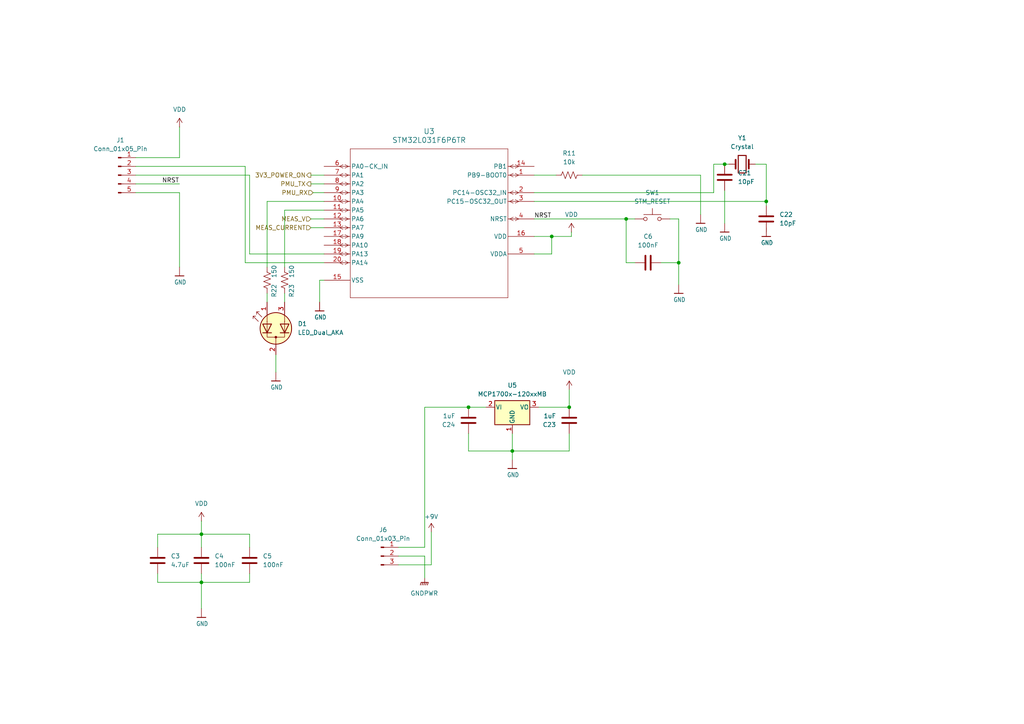
<source format=kicad_sch>
(kicad_sch (version 20250114) (generator "eeschema") (generator_version "9.0")
  (paper "A4")
  (lib_symbols
    (symbol "Adafruit Feather RP2040 RFM-eagle-import:GND" (power)
      (symbol "GND_1_0"
        (polyline (pts (xy -1.27 0) (xy 1.27 0)) (stroke (width 0.254)))
        (pin power_in line (at 0 2.54 270) (length 2.54) (name "GND") (number "1"))
      )
    )
    (symbol "Connector:Conn_01x03_Pin" (pin_names (offset 1.016) (hide yes))
      (property "Reference" "J" (at 0 5.08 0))
      (property "Value" "Conn_01x03_Pin" (at 0 -5.08 0))
      (symbol "Conn_01x03_Pin_1_1"
        (rectangle (start 0.8636 2.667) (end 0 2.413) (stroke (width 0.1524)) (fill (type outline)))
        (rectangle (start 0.8636 0.127) (end 0 -0.127) (stroke (width 0.1524)) (fill (type outline)))
        (rectangle (start 0.8636 -2.413) (end 0 -2.667) (stroke (width 0.1524)) (fill (type outline)))
        (polyline (pts (xy 1.27 2.54) (xy 0.8636 2.54)) (stroke (width 0.1524)))
        (polyline (pts (xy 1.27 0) (xy 0.8636 0)) (stroke (width 0.1524)))
        (polyline (pts (xy 1.27 -2.54) (xy 0.8636 -2.54)) (stroke (width 0.1524)))
        (pin passive line (at 5.08 2.54 180) (length 3.81) (name "Pin_1") (number "1"))
        (pin passive line (at 5.08 0 180) (length 3.81) (name "Pin_2") (number "2"))
        (pin passive line (at 5.08 -2.54 180) (length 3.81) (name "Pin_3") (number "3"))
      )
    )
    (symbol "Connector:Conn_01x05_Pin" (pin_names (offset 1.016) (hide yes))
      (property "Reference" "J" (at 0 7.62 0))
      (property "Value" "Conn_01x05_Pin" (at 0 -7.62 0))
      (symbol "Conn_01x05_Pin_1_1"
        (rectangle (start 0.8636 5.207) (end 0 4.953) (stroke (width 0.1524)) (fill (type outline)))
        (rectangle (start 0.8636 2.667) (end 0 2.413) (stroke (width 0.1524)) (fill (type outline)))
        (rectangle (start 0.8636 0.127) (end 0 -0.127) (stroke (width 0.1524)) (fill (type outline)))
        (rectangle (start 0.8636 -2.413) (end 0 -2.667) (stroke (width 0.1524)) (fill (type outline)))
        (rectangle (start 0.8636 -4.953) (end 0 -5.207) (stroke (width 0.1524)) (fill (type outline)))
        (polyline (pts (xy 1.27 5.08) (xy 0.8636 5.08)) (stroke (width 0.1524)))
        (polyline (pts (xy 1.27 2.54) (xy 0.8636 2.54)) (stroke (width 0.1524)))
        (polyline (pts (xy 1.27 0) (xy 0.8636 0)) (stroke (width 0.1524)))
        (polyline (pts (xy 1.27 -2.54) (xy 0.8636 -2.54)) (stroke (width 0.1524)))
        (polyline (pts (xy 1.27 -5.08) (xy 0.8636 -5.08)) (stroke (width 0.1524)))
        (pin passive line (at 5.08 5.08 180) (length 3.81) (name "Pin_1") (number "1"))
        (pin passive line (at 5.08 2.54 180) (length 3.81) (name "Pin_2") (number "2"))
        (pin passive line (at 5.08 0 180) (length 3.81) (name "Pin_3") (number "3"))
        (pin passive line (at 5.08 -2.54 180) (length 3.81) (name "Pin_4") (number "4"))
        (pin passive line (at 5.08 -5.08 180) (length 3.81) (name "Pin_5") (number "5"))
      )
    )
    (symbol "Device:C" (pin_numbers (hide yes)) (pin_names (offset 0.254))
      (property "Reference" "C" (at 0.635 2.54 0))
      (property "Value" "C" (at 0.635 -2.54 0))
      (symbol "C_0_1"
        (polyline (pts (xy -2.032 0.762) (xy 2.032 0.762)) (stroke (width 0.508)))
        (polyline (pts (xy -2.032 -0.762) (xy 2.032 -0.762)) (stroke (width 0.508)))
      )
      (symbol "C_1_1"
        (pin passive line (at 0 3.81 270) (length 2.794) (name "~") (number "1"))
        (pin passive line (at 0 -3.81 90) (length 2.794) (name "~") (number "2"))
      )
    )
    (symbol "Device:Crystal" (pin_numbers (hide yes)) (pin_names (offset 1.016) (hide yes))
      (property "Reference" "Y" (at 0 3.81 0))
      (property "Value" "Crystal" (at 0 -3.81 0))
      (symbol "Crystal_0_1"
        (polyline (pts (xy -2.54 0) (xy -1.905 0)))
        (polyline (pts (xy -1.905 -1.27) (xy -1.905 1.27)) (stroke (width 0.508)))
        (rectangle (start -1.143 2.54) (end 1.143 -2.54) (stroke (width 0.3048)))
        (polyline (pts (xy 1.905 -1.27) (xy 1.905 1.27)) (stroke (width 0.508)))
        (polyline (pts (xy 2.54 0) (xy 1.905 0)))
      )
      (symbol "Crystal_1_1"
        (pin passive line (at -3.81 0 0) (length 1.27) (name "1") (number "1"))
        (pin passive line (at 3.81 0 180) (length 1.27) (name "2") (number "2"))
      )
    )
    (symbol "Device:LED_Dual_AKA" (pin_names (offset 0) (hide yes))
      (property "Reference" "D" (at 0 5.715 0))
      (property "Value" "LED_Dual_AKA" (at 0 -6.35 0))
      (symbol "LED_Dual_AKA_0_1"
        (polyline (pts (xy -4.572 0) (xy -2.54 0)))
        (circle (center -2.54 0) (radius 0.2794) (fill (type outline)))
        (polyline (pts (xy -1.27 1.27) (xy -1.27 3.81)) (stroke (width 0.254)))
        (polyline (pts (xy -1.27 -1.27) (xy -1.27 -3.81)) (stroke (width 0.254)))
        (circle (center 0 0) (radius 4.572) (stroke (width 0.254)) (fill (type background)))
        (polyline (pts (xy 1.27 1.27) (xy 1.27 3.81) (xy -1.27 2.54) (xy 1.27 1.27)) (stroke (width 0.254)))
        (polyline (pts (xy 1.27 -3.81) (xy 1.27 -1.27) (xy -1.27 -2.54) (xy 1.27 -3.81)) (stroke (width 0.254)))
        (polyline (pts (xy 2.032 5.08) (xy 3.556 6.604) (xy 2.794 6.604) (xy 3.556 6.604) (xy 3.556 5.842)))
        (polyline (pts (xy 2.032 2.54) (xy -2.54 2.54) (xy -2.54 -2.54) (xy 2.032 -2.54)))
        (polyline (pts (xy 3.302 4.064) (xy 4.826 5.588) (xy 4.064 5.588) (xy 4.826 5.588) (xy 4.826 4.826)))
        (polyline (pts (xy 3.81 2.54) (xy 1.905 2.54)))
        (polyline (pts (xy 3.81 -2.54) (xy 1.905 -2.54)))
      )
      (symbol "LED_Dual_AKA_1_1"
        (pin input line (at -7.62 0 0) (length 3.048) (name "K") (number "2"))
        (pin input line (at 7.62 2.54 180) (length 3.81) (name "A1") (number "1"))
        (pin input line (at 7.62 -2.54 180) (length 3.81) (name "A2") (number "3"))
      )
    )
    (symbol "Device:R_US" (pin_numbers (hide yes)) (pin_names (offset 0))
      (property "Reference" "R" (at 2.54 0 90))
      (property "Value" "R_US" (at -2.54 0 90))
      (symbol "R_US_0_1"
        (polyline (pts (xy 0 2.286) (xy 0 2.54)))
        (polyline (pts (xy 0 2.286) (xy 1.016 1.905) (xy 0 1.524) (xy -1.016 1.143) (xy 0 0.762)))
        (polyline (pts (xy 0 0.762) (xy 1.016 0.381) (xy 0 0) (xy -1.016 -0.381) (xy 0 -0.762)))
        (polyline (pts (xy 0 -0.762) (xy 1.016 -1.143) (xy 0 -1.524) (xy -1.016 -1.905) (xy 0 -2.286)))
        (polyline (pts (xy 0 -2.286) (xy 0 -2.54)))
      )
      (symbol "R_US_1_1"
        (pin passive line (at 0 3.81 270) (length 1.27) (name "~") (number "1"))
        (pin passive line (at 0 -3.81 90) (length 1.27) (name "~") (number "2"))
      )
    )
    (symbol "Regulator_Linear:MCP1700x-120xxMB" (pin_names (offset 0.254))
      (property "Reference" "U" (at -3.81 3.175 0))
      (property "Value" "MCP1700x-120xxMB" (at 0 3.175 0))
      (symbol "MCP1700x-120xxMB_0_1"
        (rectangle (start -5.08 -5.08) (end 5.08 1.905) (stroke (width 0.254)) (fill (type background)))
      )
      (symbol "MCP1700x-120xxMB_1_1"
        (pin power_in line (at -7.62 0 0) (length 2.54) (name "VI") (number "2"))
        (pin power_in line (at 0 -7.62 90) (length 2.54) (name "GND") (number "1"))
        (pin power_out line (at 7.62 0 180) (length 2.54) (name "VO") (number "3"))
      )
    )
    (symbol "STM32F01:STM32L010F4P6" (pin_names (offset 0.254))
      (property "Reference" "U" (at 30.48 10.16 0))
      (property "Value" "STM32L010F4P6" (at 30.48 7.62 0))
      (symbol "STM32L010F4P6_0_1"
        (polyline (pts (xy 5.5372 0.5207) (xy 4.4958 0)) (stroke (width 0.127)))
        (polyline (pts (xy 5.5372 -0.5207) (xy 4.4958 0)) (stroke (width 0.127)))
        (polyline (pts (xy 5.5372 -2.0193) (xy 4.4958 -2.54)) (stroke (width 0.127)))
        (polyline (pts (xy 5.5372 -3.0607) (xy 4.4958 -2.54)) (stroke (width 0.127)))
        (polyline (pts (xy 5.5372 -4.5593) (xy 4.4958 -5.08)) (stroke (width 0.127)))
        (polyline (pts (xy 5.5372 -5.6007) (xy 4.4958 -5.08)) (stroke (width 0.127)))
        (polyline (pts (xy 5.5372 -7.0993) (xy 4.4958 -7.62)) (stroke (width 0.127)))
        (polyline (pts (xy 5.5372 -8.1407) (xy 4.4958 -7.62)) (stroke (width 0.127)))
        (polyline (pts (xy 5.5372 -9.6393) (xy 4.4958 -10.16)) (stroke (width 0.127)))
        (polyline (pts (xy 5.5372 -10.6807) (xy 4.4958 -10.16)) (stroke (width 0.127)))
        (polyline (pts (xy 5.5372 -12.1793) (xy 4.4958 -12.7)) (stroke (width 0.127)))
        (polyline (pts (xy 5.5372 -13.2207) (xy 4.4958 -12.7)) (stroke (width 0.127)))
        (polyline (pts (xy 5.5372 -14.7193) (xy 4.4958 -15.24)) (stroke (width 0.127)))
        (polyline (pts (xy 5.5372 -15.7607) (xy 4.4958 -15.24)) (stroke (width 0.127)))
        (polyline (pts (xy 5.5372 -17.2593) (xy 4.4958 -17.78)) (stroke (width 0.127)))
        (polyline (pts (xy 5.5372 -18.3007) (xy 4.4958 -17.78)) (stroke (width 0.127)))
        (polyline (pts (xy 5.5372 -19.7993) (xy 4.4958 -20.32)) (stroke (width 0.127)))
        (polyline (pts (xy 5.5372 -20.8407) (xy 4.4958 -20.32)) (stroke (width 0.127)))
        (polyline (pts (xy 5.5372 -22.3393) (xy 4.4958 -22.86)) (stroke (width 0.127)))
        (polyline (pts (xy 5.5372 -23.3807) (xy 4.4958 -22.86)) (stroke (width 0.127)))
        (polyline (pts (xy 5.5372 -24.8793) (xy 4.4958 -25.4)) (stroke (width 0.127)))
        (polyline (pts (xy 5.5372 -25.9207) (xy 4.4958 -25.4)) (stroke (width 0.127)))
        (polyline (pts (xy 5.5372 -27.4193) (xy 4.4958 -27.94)) (stroke (width 0.127)))
        (polyline (pts (xy 5.5372 -28.4607) (xy 4.4958 -27.94)) (stroke (width 0.127)))
        (polyline (pts (xy 7.0993 0) (xy 6.0579 0.5207)) (stroke (width 0.127)))
        (polyline (pts (xy 7.0993 0) (xy 6.0579 -0.5207)) (stroke (width 0.127)))
        (polyline (pts (xy 7.0993 -2.54) (xy 6.0579 -2.0193)) (stroke (width 0.127)))
        (polyline (pts (xy 7.0993 -2.54) (xy 6.0579 -3.0607)) (stroke (width 0.127)))
        (polyline (pts (xy 7.0993 -5.08) (xy 6.0579 -4.5593)) (stroke (width 0.127)))
        (polyline (pts (xy 7.0993 -5.08) (xy 6.0579 -5.6007)) (stroke (width 0.127)))
        (polyline (pts (xy 7.0993 -7.62) (xy 6.0579 -7.0993)) (stroke (width 0.127)))
        (polyline (pts (xy 7.0993 -7.62) (xy 6.0579 -8.1407)) (stroke (width 0.127)))
        (polyline (pts (xy 7.0993 -10.16) (xy 6.0579 -9.6393)) (stroke (width 0.127)))
        (polyline (pts (xy 7.0993 -10.16) (xy 6.0579 -10.6807)) (stroke (width 0.127)))
        (polyline (pts (xy 7.0993 -12.7) (xy 6.0579 -12.1793)) (stroke (width 0.127)))
        (polyline (pts (xy 7.0993 -12.7) (xy 6.0579 -13.2207)) (stroke (width 0.127)))
        (polyline (pts (xy 7.0993 -15.24) (xy 6.0579 -14.7193)) (stroke (width 0.127)))
        (polyline (pts (xy 7.0993 -15.24) (xy 6.0579 -15.7607)) (stroke (width 0.127)))
        (polyline (pts (xy 7.0993 -17.78) (xy 6.0579 -17.2593)) (stroke (width 0.127)))
        (polyline (pts (xy 7.0993 -17.78) (xy 6.0579 -18.3007)) (stroke (width 0.127)))
        (polyline (pts (xy 7.0993 -20.32) (xy 6.0579 -19.7993)) (stroke (width 0.127)))
        (polyline (pts (xy 7.0993 -20.32) (xy 6.0579 -20.8407)) (stroke (width 0.127)))
        (polyline (pts (xy 7.0993 -22.86) (xy 6.0579 -22.3393)) (stroke (width 0.127)))
        (polyline (pts (xy 7.0993 -22.86) (xy 6.0579 -23.3807)) (stroke (width 0.127)))
        (polyline (pts (xy 7.0993 -25.4) (xy 6.0579 -24.8793)) (stroke (width 0.127)))
        (polyline (pts (xy 7.0993 -25.4) (xy 6.0579 -25.9207)) (stroke (width 0.127)))
        (polyline (pts (xy 7.0993 -27.94) (xy 6.0579 -27.4193)) (stroke (width 0.127)))
        (polyline (pts (xy 7.0993 -27.94) (xy 6.0579 -28.4607)) (stroke (width 0.127)))
        (polyline (pts (xy 7.62 5.08) (xy 7.62 -38.1)) (stroke (width 0.127)))
        (polyline (pts (xy 7.62 -38.1) (xy 53.34 -38.1)) (stroke (width 0.127)))
        (polyline (pts (xy 53.34 5.08) (xy 7.62 5.08)) (stroke (width 0.127)))
        (polyline (pts (xy 53.34 -38.1) (xy 53.34 5.08)) (stroke (width 0.127)))
        (polyline (pts (xy 53.8607 0) (xy 54.9021 0.5207)) (stroke (width 0.127)))
        (polyline (pts (xy 53.8607 0) (xy 54.9021 -0.5207)) (stroke (width 0.127)))
        (polyline (pts (xy 53.8607 -2.54) (xy 54.9021 -2.0193)) (stroke (width 0.127)))
        (polyline (pts (xy 53.8607 -2.54) (xy 54.9021 -3.0607)) (stroke (width 0.127)))
        (polyline (pts (xy 53.8607 -7.62) (xy 54.9021 -7.0993)) (stroke (width 0.127)))
        (polyline (pts (xy 53.8607 -7.62) (xy 54.9021 -8.1407)) (stroke (width 0.127)))
        (polyline (pts (xy 53.8607 -10.16) (xy 54.9021 -9.6393)) (stroke (width 0.127)))
        (polyline (pts (xy 53.8607 -10.16) (xy 54.9021 -10.6807)) (stroke (width 0.127)))
        (polyline (pts (xy 53.8607 -15.24) (xy 54.9021 -14.7193)) (stroke (width 0.127)))
        (polyline (pts (xy 53.8607 -15.24) (xy 54.9021 -15.7607)) (stroke (width 0.127)))
        (polyline (pts (xy 55.4228 0.5207) (xy 56.4642 0)) (stroke (width 0.127)))
        (polyline (pts (xy 55.4228 -0.5207) (xy 56.4642 0)) (stroke (width 0.127)))
        (polyline (pts (xy 55.4228 -2.0193) (xy 56.4642 -2.54)) (stroke (width 0.127)))
        (polyline (pts (xy 55.4228 -3.0607) (xy 56.4642 -2.54)) (stroke (width 0.127)))
        (polyline (pts (xy 55.4228 -7.0993) (xy 56.4642 -7.62)) (stroke (width 0.127)))
        (polyline (pts (xy 55.4228 -8.1407) (xy 56.4642 -7.62)) (stroke (width 0.127)))
        (polyline (pts (xy 55.4228 -9.6393) (xy 56.4642 -10.16)) (stroke (width 0.127)))
        (polyline (pts (xy 55.4228 -10.6807) (xy 56.4642 -10.16)) (stroke (width 0.127)))
        (polyline (pts (xy 55.4228 -14.7193) (xy 56.4642 -15.24)) (stroke (width 0.127)))
        (polyline (pts (xy 55.4228 -15.7607) (xy 56.4642 -15.24)) (stroke (width 0.127)))
        (pin bidirectional line (at 0 0 0) (length 7.62) (name "PA0-CK_IN") (number "6"))
        (pin bidirectional line (at 0 -2.54 0) (length 7.62) (name "PA1") (number "7"))
        (pin bidirectional line (at 0 -5.08 0) (length 7.62) (name "PA2") (number "8"))
        (pin bidirectional line (at 0 -7.62 0) (length 7.62) (name "PA3") (number "9"))
        (pin bidirectional line (at 0 -10.16 0) (length 7.62) (name "PA4") (number "10"))
        (pin bidirectional line (at 0 -12.7 0) (length 7.62) (name "PA5") (number "11"))
        (pin bidirectional line (at 0 -15.24 0) (length 7.62) (name "PA6") (number "12"))
        (pin bidirectional line (at 0 -17.78 0) (length 7.62) (name "PA7") (number "13"))
        (pin bidirectional line (at 0 -20.32 0) (length 7.62) (name "PA9") (number "17"))
        (pin bidirectional line (at 0 -22.86 0) (length 7.62) (name "PA10") (number "18"))
        (pin bidirectional line (at 0 -25.4 0) (length 7.62) (name "PA13") (number "19"))
        (pin bidirectional line (at 0 -27.94 0) (length 7.62) (name "PA14") (number "20"))
        (pin power_in line (at 0 -33.02 0) (length 7.62) (name "VSS") (number "15"))
        (pin bidirectional line (at 60.96 0 180) (length 7.62) (name "PB1") (number "14"))
        (pin input line (at 60.96 -2.54 180) (length 7.62) (name "PB9-BOOT0") (number "1"))
        (pin bidirectional line (at 60.96 -7.62 180) (length 7.62) (name "PC14-OSC32_IN") (number "2"))
        (pin bidirectional line (at 60.96 -10.16 180) (length 7.62) (name "PC15-OSC32_OUT") (number "3"))
        (pin bidirectional line (at 60.96 -15.24 180) (length 7.62) (name "NRST") (number "4"))
        (pin power_in line (at 60.96 -20.32 180) (length 7.62) (name "VDD") (number "16"))
        (pin power_in line (at 60.96 -25.4 180) (length 7.62) (name "VDDA") (number "5"))
      )
    )
    (symbol "Switch:SW_Push" (pin_numbers (hide yes)) (pin_names (offset 1.016) (hide yes))
      (property "Reference" "SW" (at 1.27 2.54 0))
      (property "Value" "SW_Push" (at 0 -1.524 0))
      (symbol "SW_Push_0_1"
        (circle (center -2.032 0) (radius 0.508))
        (polyline (pts (xy 0 1.27) (xy 0 3.048)))
        (circle (center 2.032 0) (radius 0.508))
        (polyline (pts (xy 2.54 1.27) (xy -2.54 1.27)))
        (pin passive line (at -5.08 0 0) (length 2.54) (name "1") (number "1"))
        (pin passive line (at 5.08 0 180) (length 2.54) (name "2") (number "2"))
      )
    )
    (symbol "power:+9V" (power) (pin_numbers (hide yes)) (pin_names (offset 0) (hide yes))
      (property "Value" "+9V" (at 0 3.556 0))
      (symbol "+9V_0_1"
        (polyline (pts (xy -0.762 1.27) (xy 0 2.54)))
        (polyline (pts (xy 0 2.54) (xy 0.762 1.27)))
        (polyline (pts (xy 0 0) (xy 0 2.54)))
      )
      (symbol "+9V_1_1"
        (pin power_in line (at 0 0 90) (length 0) (name "~") (number "1"))
      )
    )
    (symbol "power:GNDPWR" (power) (pin_numbers (hide yes)) (pin_names (offset 0) (hide yes))
      (property "Value" "GNDPWR" (at 0 -3.302 0))
      (symbol "GNDPWR_0_1"
        (polyline (pts (xy -1.016 -1.27) (xy -1.27 -2.032) (xy -1.27 -2.032)) (stroke (width 0.2032)))
        (polyline (pts (xy -0.508 -1.27) (xy -0.762 -2.032) (xy -0.762 -2.032)) (stroke (width 0.2032)))
        (polyline (pts (xy 0 -1.27) (xy 0 0)))
        (polyline (pts (xy 0 -1.27) (xy -0.254 -2.032) (xy -0.254 -2.032)) (stroke (width 0.2032)))
        (polyline (pts (xy 0.508 -1.27) (xy 0.254 -2.032) (xy 0.254 -2.032)) (stroke (width 0.2032)))
        (polyline (pts (xy 1.016 -1.27) (xy -1.016 -1.27) (xy -1.016 -1.27)) (stroke (width 0.2032)))
        (polyline (pts (xy 1.016 -1.27) (xy 0.762 -2.032) (xy 0.762 -2.032) (xy 0.762 -2.032)) (stroke (width 0.2032)))
      )
      (symbol "GNDPWR_1_1"
        (pin power_in line (at 0 0 270) (length 0) (name "~") (number "1"))
      )
    )
    (symbol "power:VDD" (power) (pin_numbers (hide yes)) (pin_names (offset 0) (hide yes))
      (property "Value" "VDD" (at 0 3.556 0))
      (symbol "VDD_0_1"
        (polyline (pts (xy -0.762 1.27) (xy 0 2.54)))
        (polyline (pts (xy 0 2.54) (xy 0.762 1.27)))
        (polyline (pts (xy 0 0) (xy 0 2.54)))
      )
      (symbol "VDD_1_1"
        (pin power_in line (at 0 0 90) (length 0) (name "~") (number "1"))
      )
    )
  )
  (junction (at 165.1 118.11))
  (junction (at 160.02 68.58))
  (junction (at 196.85 76.2))
  (junction (at 135.89 118.11))
  (junction (at 222.25 58.42))
  (junction (at 58.42 154.94))
  (junction (at 181.61 63.5))
  (junction (at 210.185 47.625))
  (junction (at 58.42 168.91))
  (junction (at 148.59 130.81))
  (wire (pts (xy 115.57 163.83) (xy 125.095 163.83)))
  (wire (pts (xy 123.19 118.11) (xy 135.89 118.11)))
  (wire (pts (xy 90.17 63.5) (xy 93.98 63.5)))
  (wire (pts (xy 191.77 76.2) (xy 196.85 76.2)))
  (wire (pts (xy 82.55 60.96) (xy 93.98 60.96)))
  (wire (pts (xy 181.61 63.5) (xy 184.15 63.5)))
  (wire (pts (xy 90.17 66.04) (xy 93.98 66.04)))
  (wire (pts (xy 72.39 73.66) (xy 93.98 73.66)))
  (wire (pts (xy 196.85 76.2) (xy 196.85 82.55)))
  (wire (pts (xy 135.89 118.11) (xy 140.97 118.11)))
  (wire (pts (xy 82.55 85.09) (xy 82.55 87.63)))
  (wire (pts (xy 72.39 50.8) (xy 72.39 73.66)))
  (wire (pts (xy 165.1 113.03) (xy 165.1 118.11)))
  (wire (pts (xy 222.25 47.625) (xy 222.25 58.42)))
  (wire (pts (xy 45.72 158.75) (xy 45.72 154.94)))
  (wire (pts (xy 194.31 63.5) (xy 196.85 63.5)))
  (wire (pts (xy 39.37 45.72) (xy 52.07 45.72)))
  (wire (pts (xy 125.095 154.305) (xy 125.095 163.83)))
  (wire (pts (xy 154.94 73.66) (xy 160.02 73.66)))
  (wire (pts (xy 90.805 55.88) (xy 93.98 55.88)))
  (wire (pts (xy 165.735 67.31) (xy 165.735 68.58)))
  (wire (pts (xy 77.47 58.42) (xy 77.47 77.47)))
  (wire (pts (xy 72.39 154.94) (xy 72.39 158.75)))
  (wire (pts (xy 45.72 168.91) (xy 58.42 168.91)))
  (wire (pts (xy 115.57 158.75) (xy 123.19 158.75)))
  (wire (pts (xy 196.85 63.5) (xy 196.85 76.2)))
  (wire (pts (xy 58.42 168.91) (xy 72.39 168.91)))
  (wire (pts (xy 165.735 68.58) (xy 160.02 68.58)))
  (wire (pts (xy 80.01 107.95) (xy 80.01 102.87)))
  (wire (pts (xy 168.91 50.8) (xy 203.2 50.8)))
  (wire (pts (xy 154.94 55.88) (xy 207.01 55.88)))
  (wire (pts (xy 148.59 125.73) (xy 148.59 130.81)))
  (wire (pts (xy 72.39 168.91) (xy 72.39 166.37)))
  (wire (pts (xy 58.42 151.13) (xy 58.42 154.94)))
  (wire (pts (xy 207.01 47.625) (xy 210.185 47.625)))
  (wire (pts (xy 160.02 68.58) (xy 160.02 73.66)))
  (wire (pts (xy 77.47 58.42) (xy 93.98 58.42)))
  (wire (pts (xy 52.07 36.83) (xy 52.07 45.72)))
  (wire (pts (xy 82.55 60.96) (xy 82.55 77.47)))
  (wire (pts (xy 203.2 50.8) (xy 203.2 62.23)))
  (wire (pts (xy 45.72 154.94) (xy 58.42 154.94)))
  (wire (pts (xy 115.57 161.29) (xy 123.19 161.29)))
  (wire (pts (xy 148.59 130.81) (xy 148.59 133.35)))
  (wire (pts (xy 77.47 85.09) (xy 77.47 87.63)))
  (wire (pts (xy 148.59 130.81) (xy 165.1 130.81)))
  (wire (pts (xy 181.61 63.5) (xy 181.61 76.2)))
  (wire (pts (xy 154.94 63.5) (xy 181.61 63.5)))
  (wire (pts (xy 90.17 50.8) (xy 93.98 50.8)))
  (wire (pts (xy 58.42 166.37) (xy 58.42 168.91)))
  (wire (pts (xy 90.17 53.34) (xy 93.98 53.34)))
  (wire (pts (xy 58.42 154.94) (xy 72.39 154.94)))
  (wire (pts (xy 135.89 125.73) (xy 135.89 130.81)))
  (wire (pts (xy 135.89 130.81) (xy 148.59 130.81)))
  (wire (pts (xy 39.37 55.88) (xy 52.07 55.88)))
  (wire (pts (xy 58.42 154.94) (xy 58.42 158.75)))
  (wire (pts (xy 39.37 50.8) (xy 72.39 50.8)))
  (wire (pts (xy 154.94 68.58) (xy 160.02 68.58)))
  (wire (pts (xy 156.21 118.11) (xy 165.1 118.11)))
  (wire (pts (xy 92.71 81.28) (xy 92.71 87.63)))
  (wire (pts (xy 39.37 48.26) (xy 71.12 48.26)))
  (wire (pts (xy 52.07 55.88) (xy 52.07 77.47)))
  (wire (pts (xy 181.61 76.2) (xy 184.15 76.2)))
  (wire (pts (xy 39.37 53.34) (xy 52.07 53.34)))
  (wire (pts (xy 93.98 81.28) (xy 92.71 81.28)))
  (wire (pts (xy 210.185 47.625) (xy 211.455 47.625)))
  (wire (pts (xy 71.12 76.2) (xy 93.98 76.2)))
  (wire (pts (xy 207.01 55.88) (xy 207.01 47.625)))
  (wire (pts (xy 45.72 166.37) (xy 45.72 168.91)))
  (wire (pts (xy 154.94 50.8) (xy 161.29 50.8)))
  (wire (pts (xy 210.185 55.245) (xy 210.185 64.77)))
  (wire (pts (xy 71.12 48.26) (xy 71.12 76.2)))
  (wire (pts (xy 123.19 161.29) (xy 123.19 167.64)))
  (wire (pts (xy 123.19 118.11) (xy 123.19 158.75)))
  (wire (pts (xy 222.25 67.31) (xy 222.25 66.04)))
  (wire (pts (xy 58.42 168.91) (xy 58.42 176.53)))
  (wire (pts (xy 165.1 125.73) (xy 165.1 130.81)))
  (wire (pts (xy 154.94 58.42) (xy 222.25 58.42)))
  (wire (pts (xy 219.075 47.625) (xy 222.25 47.625)))
  (wire (pts (xy 222.25 58.42) (xy 222.25 59.69)))
  (label "NRST" (at 154.94 63.5 0))
  (label "NRST" (at 46.99 53.34 0))
  (hierarchical_label "MEAS_CURRENT" (shape input) (at 90.17 66.04 180))
  (hierarchical_label "PMU_RX" (shape input) (at 90.805 55.88 180))
  (hierarchical_label "PMU_TX" (shape output) (at 90.17 53.34 180))
  (hierarchical_label "MEAS_V" (shape input) (at 90.17 63.5 180))
  (hierarchical_label "3V3_POWER_ON" (shape output) (at 90.17 50.8 180))
  (symbol (lib_id "Device:C") (at 165.1 121.92 180) (unit 1)
    (property "Reference" "C23" (at 161.29 123.1901 0) (effects (justify left)))
    (property "Value" "1uF" (at 161.29 120.65 0) (effects (justify left)))
    (property "Footprint" "Capacitor_SMD:C_0805_2012Metric" (effects (hide yes)))
    (property "Description" "Unpolarized capacitor" (effects (hide yes)))
  )
  (symbol (lib_id "Connector:Conn_01x05_Pin") (at 34.29 50.8 0) (unit 1)
    (property "Reference" "J1" (at 34.925 40.64 0))
    (property "Value" "Conn_01x05_Pin" (at 34.925 43.18 0))
    (property "Footprint" "Connector_JST:JST_EH_B5B-EH-A_1x05_P2.50mm_Vertical" (effects (hide yes)))
    (property "Description" "Generic connector, single row, 01x05, script generated" (effects (hide yes)))
  )
  (symbol (lib_id "Adafruit Feather RP2040 RFM-eagle-import:GND") (at 92.71 90.17 0) (unit 1)
    (property "Reference" "#U$07" (effects (hide yes)))
    (property "Value" "GND" (at 91.186 92.71 0) (effects (font (size 1.27 1.0795)) (justify left bottom)))
  )
  (symbol (lib_id "Adafruit Feather RP2040 RFM-eagle-import:GND") (at 222.25 68.58 0) (unit 1)
    (property "Reference" "#U$039" (effects (hide yes)))
    (property "Value" "GND" (at 220.726 71.12 0) (effects (font (size 1.27 1.0795)) (justify left bottom)))
  )
  (symbol (lib_id "Device:C") (at 58.42 162.56 0) (unit 1)
    (property "Reference" "C4" (at 62.23 161.2899 0) (effects (justify left)))
    (property "Value" "100nF" (at 62.23 163.8299 0) (effects (justify left)))
    (property "Footprint" "Capacitor_SMD:C_0805_2012Metric" (effects (hide yes)))
    (property "Description" "Unpolarized capacitor" (effects (hide yes)))
  )
  (symbol (lib_id "Switch:SW_Push") (at 189.23 63.5 0) (unit 1)
    (property "Reference" "SW1" (at 189.23 55.88 0))
    (property "Value" "STM_RESET" (at 189.23 58.42 0))
    (property "Footprint" "Button_Switch_SMD:SW_SPST_EVQP2_MiddlePushTravel_H2.5mm" (effects (hide yes)))
    (property "Description" "Push button switch, generic, two pins" (effects (hide yes)))
  )
  (symbol (lib_id "power:+9V") (at 125.095 154.305 0) (unit 1)
    (property "Reference" "#PWR018" (effects (hide yes)))
    (property "Value" "+9V" (at 125.095 149.86 0))
    (property "Description" "Power symbol creates a global label with name \"+9V\"" (effects (hide yes)))
  )
  (symbol (lib_id "power:GNDPWR") (at 123.19 167.64 0) (unit 1)
    (property "Reference" "#PWR05" (effects (hide yes)))
    (property "Value" "GNDPWR" (at 123.063 172.085 0))
    (property "Description" "Power symbol creates a global label with name \"GNDPWR\" , global ground" (effects (hide yes)))
  )
  (symbol (lib_id "Device:C") (at 72.39 162.56 0) (unit 1)
    (property "Reference" "C5" (at 76.2 161.2899 0) (effects (justify left)))
    (property "Value" "100nF" (at 76.2 163.8299 0) (effects (justify left)))
    (property "Footprint" "Capacitor_SMD:C_0805_2012Metric" (effects (hide yes)))
    (property "Description" "Unpolarized capacitor" (effects (hide yes)))
  )
  (symbol (lib_id "Device:C") (at 222.25 63.5 0) (unit 1)
    (property "Reference" "C22" (at 226.06 62.2299 0) (effects (justify left)))
    (property "Value" "10pF" (at 226.06 64.77 0) (effects (justify left)))
    (property "Footprint" "Capacitor_SMD:C_0805_2012Metric" (effects (hide yes)))
    (property "Description" "Unpolarized capacitor" (effects (hide yes)))
  )
  (symbol (lib_id "Device:Crystal") (at 215.265 47.625 0) (unit 1)
    (property "Reference" "Y1" (at 215.265 40.005 0))
    (property "Value" "Crystal" (at 215.265 42.545 0))
    (property "Footprint" "Crystal:Crystal_SMD_3215-2Pin_3.2x1.5mm" (effects (hide yes)))
    (property "Description" "Two pin crystal" (effects (hide yes)))
  )
  (symbol (lib_id "power:VDD") (at 58.42 151.13 0) (unit 1)
    (property "Reference" "#PWR016" (effects (hide yes)))
    (property "Value" "VDD" (at 58.42 146.05 0))
    (property "Description" "Power symbol creates a global label with name \"VDD\"" (effects (hide yes)))
  )
  (symbol (lib_id "Device:R_US") (at 77.47 81.28 180) (unit 1)
    (property "Reference" "R22" (at 79.502 84.328 90))
    (property "Value" "150" (at 79.502 78.74 90))
    (property "Footprint" "Resistor_SMD:R_0805_2012Metric" (effects (hide yes)))
    (property "Description" "Resistor, US symbol" (effects (hide yes)))
  )
  (symbol (lib_id "Device:C") (at 210.185 51.435 0) (unit 1)
    (property "Reference" "C21" (at 213.995 50.1649 0) (effects (justify left)))
    (property "Value" "10pF" (at 213.995 52.705 0) (effects (justify left)))
    (property "Footprint" "Capacitor_SMD:C_0805_2012Metric" (effects (hide yes)))
    (property "Description" "Unpolarized capacitor" (effects (hide yes)))
  )
  (symbol (lib_id "Device:LED_Dual_AKA") (at 80.01 95.25 90) (unit 1)
    (property "Reference" "D1" (at 86.36 93.9164 90) (effects (justify right)))
    (property "Value" "LED_Dual_AKA" (at 86.36 96.4564 90) (effects (justify right)))
    (property "Footprint" "LED_THT:LED_D3.0mm-3" (effects (hide yes)))
    (property "Description" "Dual LED, common cathode on pin 2" (effects (hide yes)))
  )
  (symbol (lib_id "Device:C") (at 135.89 121.92 180) (unit 1)
    (property "Reference" "C24" (at 132.08 123.1901 0) (effects (justify left)))
    (property "Value" "1uF" (at 132.08 120.65 0) (effects (justify left)))
    (property "Footprint" "Capacitor_SMD:C_0805_2012Metric" (effects (hide yes)))
    (property "Description" "Unpolarized capacitor" (effects (hide yes)))
  )
  (symbol (lib_id "Regulator_Linear:MCP1700x-120xxMB") (at 148.59 118.11 0) (unit 1)
    (property "Reference" "U5" (at 148.59 111.76 0))
    (property "Value" "MCP1700x-120xxMB" (at 148.59 114.3 0))
    (property "Footprint" "Package_TO_SOT_SMD:SOT-89-3_Handsoldering" (effects (hide yes)))
    (property "Datasheet" "http://ww1.microchip.com/downloads/en/DeviceDoc/20001826D.pdf" (effects (hide yes)))
    (property "Description" "250mA Low Quiscent Current LDO, 1.2V output, SOT-89" (effects (hide yes)))
  )
  (symbol (lib_id "Device:R_US") (at 165.1 50.8 90) (unit 1)
    (property "Reference" "R11" (at 165.1 44.45 90))
    (property "Value" "10k" (at 165.1 46.99 90))
    (property "Footprint" "Resistor_SMD:R_0805_2012Metric" (effects (hide yes)))
    (property "Description" "Resistor, US symbol" (effects (hide yes)))
  )
  (symbol (lib_id "Adafruit Feather RP2040 RFM-eagle-import:GND") (at 210.185 67.31 0) (unit 1)
    (property "Reference" "#U$034" (effects (hide yes)))
    (property "Value" "GND" (at 208.661 69.85 0) (effects (font (size 1.27 1.0795)) (justify left bottom)))
  )
  (symbol (lib_id "power:VDD") (at 52.07 36.83 0) (unit 1)
    (property "Reference" "#PWR014" (effects (hide yes)))
    (property "Value" "VDD" (at 52.07 31.75 0))
    (property "Description" "Power symbol creates a global label with name \"VDD\"" (effects (hide yes)))
  )
  (symbol (lib_id "Adafruit Feather RP2040 RFM-eagle-import:GND") (at 196.85 85.09 0) (unit 1)
    (property "Reference" "#U$09" (effects (hide yes)))
    (property "Value" "GND" (at 195.326 87.63 0) (effects (font (size 1.27 1.0795)) (justify left bottom)))
  )
  (symbol (lib_id "Adafruit Feather RP2040 RFM-eagle-import:GND") (at 52.07 80.01 0) (unit 1)
    (property "Reference" "#U$04" (effects (hide yes)))
    (property "Value" "GND" (at 50.546 82.55 0) (effects (font (size 1.27 1.0795)) (justify left bottom)))
  )
  (symbol (lib_id "Adafruit Feather RP2040 RFM-eagle-import:GND") (at 148.59 135.89 0) (unit 1)
    (property "Reference" "#U$010" (effects (hide yes)))
    (property "Value" "GND" (at 147.066 138.43 0) (effects (font (size 1.27 1.0795)) (justify left bottom)))
  )
  (symbol (lib_id "STM32F01:STM32L010F4P6") (at 93.98 48.26 0) (unit 1)
    (property "Reference" "U3" (at 124.46 38.1 0) (effects (font (size 1.524 1.524))))
    (property "Value" "STM32L031F6P6TR" (at 124.46 40.64 0) (effects (font (size 1.524 1.524))))
    (property "Footprint" "Package_SO:TSSOP-20_4.4x6.5mm_P0.65mm" (effects (hide yes)))
    (property "Datasheet" "https://www.st.com/resource/en/datasheet/stm32l010f4.pdf" (effects (hide yes)))
  )
  (symbol (lib_id "Adafruit Feather RP2040 RFM-eagle-import:GND") (at 58.42 179.07 0) (unit 1)
    (property "Reference" "#U$05" (effects (hide yes)))
    (property "Value" "GND" (at 56.896 181.61 0) (effects (font (size 1.27 1.0795)) (justify left bottom)))
  )
  (symbol (lib_id "Device:R_US") (at 82.55 81.28 180) (unit 1)
    (property "Reference" "R23" (at 84.582 84.328 90))
    (property "Value" "150" (at 84.582 78.74 90))
    (property "Footprint" "Resistor_SMD:R_0805_2012Metric" (effects (hide yes)))
    (property "Description" "Resistor, US symbol" (effects (hide yes)))
  )
  (symbol (lib_id "power:VDD") (at 165.1 113.03 0) (unit 1)
    (property "Reference" "#PWR017" (effects (hide yes)))
    (property "Value" "VDD" (at 165.1 107.95 0))
    (property "Description" "Power symbol creates a global label with name \"VDD\"" (effects (hide yes)))
  )
  (symbol (lib_id "Adafruit Feather RP2040 RFM-eagle-import:GND") (at 203.2 64.77 0) (unit 1)
    (property "Reference" "#U$08" (effects (hide yes)))
    (property "Value" "GND" (at 201.676 67.31 0) (effects (font (size 1.27 1.0795)) (justify left bottom)))
  )
  (symbol (lib_id "power:VDD") (at 165.735 67.31 0) (unit 1)
    (property "Reference" "#PWR015" (effects (hide yes)))
    (property "Value" "VDD" (at 165.735 62.23 0))
    (property "Description" "Power symbol creates a global label with name \"VDD\"" (effects (hide yes)))
  )
  (symbol (lib_id "Device:C") (at 45.72 162.56 0) (unit 1)
    (property "Reference" "C3" (at 49.53 161.2899 0) (effects (justify left)))
    (property "Value" "4.7uF" (at 49.53 163.8299 0) (effects (justify left)))
    (property "Footprint" "Capacitor_SMD:C_0805_2012Metric" (effects (hide yes)))
    (property "Description" "Unpolarized capacitor" (effects (hide yes)))
  )
  (symbol (lib_id "Adafruit Feather RP2040 RFM-eagle-import:GND") (at 80.01 110.49 0) (unit 1)
    (property "Reference" "#U$06" (effects (hide yes)))
    (property "Value" "GND" (at 78.486 113.03 0) (effects (font (size 1.27 1.0795)) (justify left bottom)))
  )
  (symbol (lib_id "Connector:Conn_01x03_Pin") (at 110.49 161.29 0) (unit 1)
    (property "Reference" "J6" (at 111.125 153.67 0))
    (property "Value" "Conn_01x03_Pin" (at 111.125 156.21 0))
    (property "Footprint" "Connector_JST:JST_XH_B3B-XH-AM_1x03_P2.50mm_Vertical" (effects (hide yes)))
    (property "Description" "Generic connector, single row, 01x03, script generated" (effects (hide yes)))
  )
  (symbol (lib_id "Device:C") (at 187.96 76.2 270) (unit 1)
    (property "Reference" "C6" (at 187.96 68.58 90))
    (property "Value" "100nF" (at 187.96 71.12 90))
    (property "Footprint" "Capacitor_SMD:C_0805_2012Metric" (effects (hide yes)))
    (property "Description" "Unpolarized capacitor" (effects (hide yes)))
  )
)
</source>
